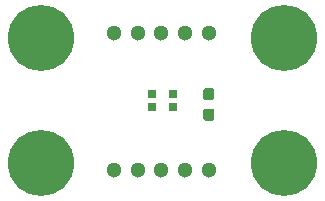
<source format=gts>
%TF.GenerationSoftware,KiCad,Pcbnew,(5.1.10)-1*%
%TF.CreationDate,2021-09-16T22:13:13+09:00*%
%TF.ProjectId,EXTERNAL_LED_BOARD,45585445-524e-4414-9c5f-4c45445f424f,rev?*%
%TF.SameCoordinates,Original*%
%TF.FileFunction,Soldermask,Top*%
%TF.FilePolarity,Negative*%
%FSLAX46Y46*%
G04 Gerber Fmt 4.6, Leading zero omitted, Abs format (unit mm)*
G04 Created by KiCad (PCBNEW (5.1.10)-1) date 2021-09-16 22:13:13*
%MOMM*%
%LPD*%
G01*
G04 APERTURE LIST*
%ADD10R,0.700000X0.700000*%
%ADD11C,1.300000*%
%ADD12C,5.600000*%
%ADD13C,3.600000*%
G04 APERTURE END LIST*
D10*
%TO.C,U1*%
X133791000Y-99555500D03*
X133791000Y-98455500D03*
X135621000Y-98455500D03*
X135621000Y-99555500D03*
%TD*%
D11*
%TO.C,J2*%
X138620000Y-93281500D03*
X136620000Y-93281500D03*
X134620000Y-93281500D03*
X132620000Y-93281500D03*
X130620000Y-93281500D03*
%TD*%
%TO.C,J1*%
X130620000Y-104863900D03*
X132620000Y-104863900D03*
X134620000Y-104863900D03*
X136620000Y-104863900D03*
X138620000Y-104863900D03*
%TD*%
%TO.C,C1*%
G36*
G01*
X138383000Y-99688100D02*
X138858000Y-99688100D01*
G75*
G02*
X139095500Y-99925600I0J-237500D01*
G01*
X139095500Y-100500600D01*
G75*
G02*
X138858000Y-100738100I-237500J0D01*
G01*
X138383000Y-100738100D01*
G75*
G02*
X138145500Y-100500600I0J237500D01*
G01*
X138145500Y-99925600D01*
G75*
G02*
X138383000Y-99688100I237500J0D01*
G01*
G37*
G36*
G01*
X138383000Y-97938100D02*
X138858000Y-97938100D01*
G75*
G02*
X139095500Y-98175600I0J-237500D01*
G01*
X139095500Y-98750600D01*
G75*
G02*
X138858000Y-98988100I-237500J0D01*
G01*
X138383000Y-98988100D01*
G75*
G02*
X138145500Y-98750600I0J237500D01*
G01*
X138145500Y-98175600D01*
G75*
G02*
X138383000Y-97938100I237500J0D01*
G01*
G37*
%TD*%
D12*
%TO.C,H3*%
X124406000Y-104305500D03*
D13*
X124406000Y-104305500D03*
%TD*%
D12*
%TO.C,H4*%
X145006000Y-104305500D03*
D13*
X145006000Y-104305500D03*
%TD*%
D12*
%TO.C,H2*%
X145006000Y-93705501D03*
D13*
X145006000Y-93705501D03*
%TD*%
D12*
%TO.C,H1*%
X124406000Y-93705501D03*
D13*
X124406000Y-93705501D03*
%TD*%
M02*

</source>
